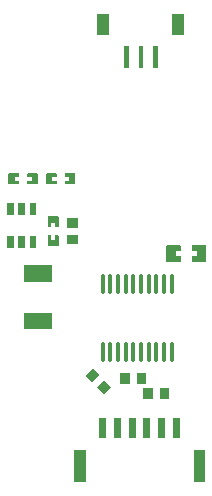
<source format=gbp>
G04 Layer: BottomPasteMaskLayer*
G04 EasyEDA v6.4.24, 2021-09-13T20:31:56+08:00*
G04 7c28fe87c5d546dabd79321d24f41f1d,34bb6763e28e4bbdb854ef51fa08daf4,10*
G04 Gerber Generator version 0.2*
G04 Scale: 100 percent, Rotated: No, Reflected: No *
G04 Dimensions in millimeters *
G04 leading zeros omitted , absolute positions ,4 integer and 5 decimal *
%FSLAX45Y45*%
%MOMM*%

%ADD34C,0.3640*%

%LPD*%
G36*
X1190498Y-1973681D02*
G01*
X1185519Y-1978710D01*
X1185011Y-2019706D01*
X1230020Y-2019706D01*
X1230020Y-2064715D01*
X1185976Y-2064715D01*
X1185519Y-2106676D01*
X1190498Y-2111705D01*
X1305509Y-2111705D01*
X1310487Y-2106676D01*
X1310487Y-1978710D01*
X1305509Y-1973681D01*
G37*
G36*
X975512Y-1973681D02*
G01*
X970483Y-1978710D01*
X970483Y-2106676D01*
X975512Y-2111705D01*
X1090523Y-2111705D01*
X1095502Y-2106676D01*
X1095502Y-2064715D01*
X1051001Y-2064715D01*
X1051001Y-2019706D01*
X1094994Y-2019706D01*
X1095502Y-1978710D01*
X1090523Y-1973681D01*
G37*
G36*
X-27279Y-1888693D02*
G01*
X-32308Y-1893722D01*
X-32308Y-1973681D01*
X-27279Y-1978710D01*
X52679Y-1978710D01*
X57708Y-1973681D01*
X57708Y-1893722D01*
X52679Y-1888693D01*
X28498Y-1888693D01*
X28498Y-1925726D01*
X-4521Y-1925726D01*
X-4521Y-1888693D01*
G37*
G36*
X-27279Y-1729689D02*
G01*
X-32308Y-1734718D01*
X-32308Y-1813712D01*
X-27279Y-1818690D01*
X-4521Y-1818690D01*
X-4521Y-1780692D01*
X28498Y-1780692D01*
X28498Y-1818690D01*
X52679Y-1818690D01*
X57708Y-1813712D01*
X57708Y-1734718D01*
X52679Y-1729689D01*
G37*
G36*
X-360781Y-1364691D02*
G01*
X-365810Y-1369720D01*
X-365810Y-1449679D01*
X-360781Y-1454708D01*
X-280822Y-1454708D01*
X-275793Y-1449679D01*
X-275793Y-1425498D01*
X-312826Y-1425498D01*
X-312826Y-1392478D01*
X-275793Y-1392478D01*
X-275793Y-1369720D01*
X-280822Y-1364691D01*
G37*
G36*
X-200812Y-1364691D02*
G01*
X-205790Y-1369720D01*
X-205790Y-1392478D01*
X-167792Y-1392478D01*
X-167792Y-1425498D01*
X-205790Y-1425498D01*
X-205790Y-1449679D01*
X-200812Y-1454708D01*
X-121818Y-1454708D01*
X-116789Y-1449679D01*
X-116789Y-1369720D01*
X-121818Y-1364691D01*
G37*
G36*
X-43281Y-1364691D02*
G01*
X-48310Y-1369720D01*
X-48310Y-1449679D01*
X-43281Y-1454708D01*
X36677Y-1454708D01*
X41706Y-1449679D01*
X41706Y-1425498D01*
X4673Y-1425498D01*
X4673Y-1392478D01*
X41706Y-1392478D01*
X41706Y-1369720D01*
X36677Y-1364691D01*
G37*
G36*
X116687Y-1364691D02*
G01*
X111709Y-1369720D01*
X111709Y-1392478D01*
X149707Y-1392478D01*
X149707Y-1425498D01*
X111709Y-1425498D01*
X111709Y-1449679D01*
X116687Y-1454708D01*
X195681Y-1454708D01*
X200710Y-1449679D01*
X200710Y-1369720D01*
X195681Y-1364691D01*
G37*
D34*
X431393Y-2372603D02*
G01*
X431393Y-2234803D01*
X496392Y-2372603D02*
G01*
X496392Y-2234803D01*
X561390Y-2372603D02*
G01*
X561390Y-2234803D01*
X626389Y-2372603D02*
G01*
X626389Y-2234803D01*
X691413Y-2372603D02*
G01*
X691413Y-2234803D01*
X756412Y-2372603D02*
G01*
X756412Y-2234803D01*
X821410Y-2372603D02*
G01*
X821410Y-2234803D01*
X886409Y-2372603D02*
G01*
X886409Y-2234803D01*
X951407Y-2372603D02*
G01*
X951407Y-2234803D01*
X1016406Y-2372603D02*
G01*
X1016406Y-2234803D01*
X431393Y-2946796D02*
G01*
X431393Y-2808996D01*
X496392Y-2946796D02*
G01*
X496392Y-2808996D01*
X561390Y-2946796D02*
G01*
X561390Y-2808996D01*
X626389Y-2946796D02*
G01*
X626389Y-2808996D01*
X691413Y-2946796D02*
G01*
X691413Y-2808996D01*
X756412Y-2946796D02*
G01*
X756412Y-2808996D01*
X821410Y-2946796D02*
G01*
X821410Y-2808996D01*
X886409Y-2946796D02*
G01*
X886409Y-2808996D01*
X951407Y-2946796D02*
G01*
X951407Y-2808996D01*
X1016406Y-2946796D02*
G01*
X1016406Y-2808996D01*
G36*
X-376504Y-1893402D02*
G01*
X-376504Y-1993402D01*
X-321503Y-1993402D01*
X-321503Y-1893402D01*
G37*
G36*
X-281508Y-1893402D02*
G01*
X-281508Y-1993402D01*
X-226507Y-1993402D01*
X-226507Y-1893402D01*
G37*
G36*
X-186512Y-1893402D02*
G01*
X-186512Y-1993402D01*
X-131511Y-1993402D01*
X-131511Y-1893402D01*
G37*
G36*
X-186512Y-1613392D02*
G01*
X-186512Y-1713392D01*
X-131511Y-1713392D01*
X-131511Y-1613392D01*
G37*
G36*
X-281508Y-1613392D02*
G01*
X-281508Y-1713392D01*
X-226507Y-1713392D01*
X-226507Y-1613392D01*
G37*
G36*
X-376504Y-1613392D02*
G01*
X-376504Y-1713392D01*
X-321503Y-1713392D01*
X-321503Y-1613392D01*
G37*
G36*
X659000Y-3055000D02*
G01*
X579000Y-3055000D01*
X579000Y-3145002D01*
X659000Y-3145002D01*
G37*
G36*
X799000Y-3055000D02*
G01*
X719000Y-3055000D01*
X719000Y-3145002D01*
X799000Y-3145002D01*
G37*
G36*
X854001Y-3180798D02*
G01*
X774001Y-3180798D01*
X774001Y-3270801D01*
X854001Y-3270801D01*
G37*
G36*
X994001Y-3180798D02*
G01*
X914001Y-3180798D01*
X914001Y-3270801D01*
X994001Y-3270801D01*
G37*
G36*
X961445Y-3437889D02*
G01*
X901501Y-3437889D01*
X901501Y-3608070D01*
X961445Y-3608070D01*
G37*
G36*
X1086373Y-3437889D02*
G01*
X1026429Y-3437889D01*
X1026429Y-3608070D01*
X1086373Y-3608070D01*
G37*
G36*
X286715Y-3707998D02*
G01*
X186639Y-3707998D01*
X186639Y-3978000D01*
X286715Y-3978000D01*
G37*
G36*
X1301437Y-3707998D02*
G01*
X1201361Y-3707998D01*
X1201361Y-3978000D01*
X1301437Y-3978000D01*
G37*
G36*
X836465Y-3437889D02*
G01*
X776521Y-3437889D01*
X776521Y-3608070D01*
X836465Y-3608070D01*
G37*
G36*
X711479Y-3437889D02*
G01*
X651535Y-3437889D01*
X651535Y-3608070D01*
X711479Y-3608070D01*
G37*
G36*
X586501Y-3437892D02*
G01*
X526557Y-3437892D01*
X526557Y-3608072D01*
X586501Y-3608072D01*
G37*
G36*
X461523Y-3437892D02*
G01*
X401579Y-3437892D01*
X401579Y-3608072D01*
X461523Y-3608072D01*
G37*
G36*
X404307Y-3071167D02*
G01*
X347738Y-3014598D01*
X284098Y-3078238D01*
X340667Y-3134807D01*
G37*
G36*
X503301Y-3170161D02*
G01*
X446732Y-3113592D01*
X383092Y-3177232D01*
X439661Y-3233801D01*
G37*
G36*
X132798Y-1884199D02*
G01*
X132798Y-1964199D01*
X222801Y-1964199D01*
X222801Y-1884199D01*
G37*
G36*
X132798Y-1744200D02*
G01*
X132798Y-1824200D01*
X222801Y-1824200D01*
X222801Y-1744200D01*
G37*
G36*
X861352Y-469000D02*
G01*
X901352Y-469000D01*
X901352Y-289001D01*
X861352Y-289001D01*
G37*
G36*
X736351Y-469000D02*
G01*
X776351Y-469000D01*
X776351Y-289001D01*
X736351Y-289001D01*
G37*
G36*
X611350Y-469000D02*
G01*
X651349Y-469000D01*
X651349Y-289001D01*
X611350Y-289001D01*
G37*
G36*
X383651Y-193601D02*
G01*
X483651Y-193601D01*
X483651Y-13601D01*
X383651Y-13601D01*
G37*
G36*
X1016350Y-193601D02*
G01*
X1116350Y-193601D01*
X1116350Y-13601D01*
X1016350Y-13601D01*
G37*
G36*
X-231800Y-2142997D02*
G01*
X-231800Y-2283000D01*
X3200Y-2283000D01*
X3200Y-2142997D01*
G37*
G36*
X-231800Y-2542994D02*
G01*
X-231800Y-2682996D01*
X3200Y-2682996D01*
X3200Y-2542994D01*
G37*
M02*

</source>
